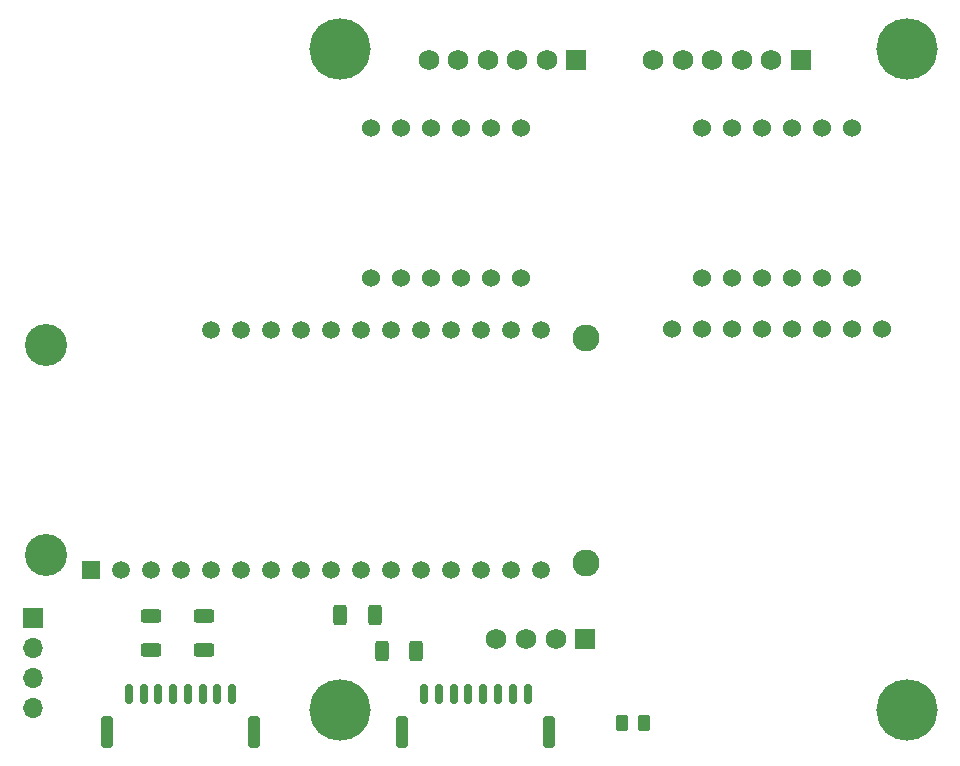
<source format=gbr>
%TF.GenerationSoftware,KiCad,Pcbnew,(6.0.10-0)*%
%TF.CreationDate,2023-01-18T17:39:01-08:00*%
%TF.ProjectId,Sensor,53656e73-6f72-42e6-9b69-6361645f7063,rev?*%
%TF.SameCoordinates,Original*%
%TF.FileFunction,Soldermask,Top*%
%TF.FilePolarity,Negative*%
%FSLAX46Y46*%
G04 Gerber Fmt 4.6, Leading zero omitted, Abs format (unit mm)*
G04 Created by KiCad (PCBNEW (6.0.10-0)) date 2023-01-18 17:39:01*
%MOMM*%
%LPD*%
G01*
G04 APERTURE LIST*
G04 Aperture macros list*
%AMRoundRect*
0 Rectangle with rounded corners*
0 $1 Rounding radius*
0 $2 $3 $4 $5 $6 $7 $8 $9 X,Y pos of 4 corners*
0 Add a 4 corners polygon primitive as box body*
4,1,4,$2,$3,$4,$5,$6,$7,$8,$9,$2,$3,0*
0 Add four circle primitives for the rounded corners*
1,1,$1+$1,$2,$3*
1,1,$1+$1,$4,$5*
1,1,$1+$1,$6,$7*
1,1,$1+$1,$8,$9*
0 Add four rect primitives between the rounded corners*
20,1,$1+$1,$2,$3,$4,$5,0*
20,1,$1+$1,$4,$5,$6,$7,0*
20,1,$1+$1,$6,$7,$8,$9,0*
20,1,$1+$1,$8,$9,$2,$3,0*%
G04 Aperture macros list end*
%ADD10RoundRect,0.250000X0.312500X0.625000X-0.312500X0.625000X-0.312500X-0.625000X0.312500X-0.625000X0*%
%ADD11RoundRect,0.250000X0.625000X-0.312500X0.625000X0.312500X-0.625000X0.312500X-0.625000X-0.312500X0*%
%ADD12R,1.700000X1.700000*%
%ADD13O,1.700000X1.700000*%
%ADD14RoundRect,0.250000X0.262500X0.450000X-0.262500X0.450000X-0.262500X-0.450000X0.262500X-0.450000X0*%
%ADD15R,1.750000X1.750000*%
%ADD16C,1.750000*%
%ADD17C,5.200000*%
%ADD18RoundRect,0.150000X-0.150000X-0.700000X0.150000X-0.700000X0.150000X0.700000X-0.150000X0.700000X0*%
%ADD19RoundRect,0.250000X-0.250000X-1.100000X0.250000X-1.100000X0.250000X1.100000X-0.250000X1.100000X0*%
%ADD20C,2.286000*%
%ADD21R,1.508000X1.508000*%
%ADD22C,1.508000*%
%ADD23C,3.556000*%
%ADD24C,1.524000*%
G04 APERTURE END LIST*
D10*
%TO.C,R2*%
X56462500Y-131000000D03*
X53537500Y-131000000D03*
%TD*%
D11*
%TO.C,R3*%
X38500000Y-130962500D03*
X38500000Y-128037500D03*
%TD*%
D12*
%TO.C,J1*%
X24000000Y-128200000D03*
D13*
X24000000Y-130740000D03*
X24000000Y-133280000D03*
X24000000Y-135820000D03*
%TD*%
D14*
%TO.C,R5*%
X75712500Y-137100000D03*
X73887500Y-137100000D03*
%TD*%
D15*
%TO.C,J4*%
X70000000Y-81000000D03*
D16*
X67500000Y-81000000D03*
X65000000Y-81000000D03*
X62500000Y-81000000D03*
X60000000Y-81000000D03*
X57500000Y-81000000D03*
%TD*%
D17*
%TO.C,H3*%
X50000000Y-136000000D03*
%TD*%
D15*
%TO.C,J5*%
X89000000Y-81000000D03*
D16*
X86500000Y-81000000D03*
X84000000Y-81000000D03*
X81500000Y-81000000D03*
X79000000Y-81000000D03*
X76500000Y-81000000D03*
%TD*%
D18*
%TO.C,J2*%
X32125000Y-134650000D03*
X33375000Y-134650000D03*
X34625000Y-134650000D03*
X35875000Y-134650000D03*
X37125000Y-134650000D03*
X38375000Y-134650000D03*
X39625000Y-134650000D03*
X40875000Y-134650000D03*
D19*
X42725000Y-137850000D03*
X30275000Y-137850000D03*
%TD*%
D17*
%TO.C,H4*%
X98000000Y-136000000D03*
%TD*%
%TO.C,H2*%
X98000000Y-80000000D03*
%TD*%
D18*
%TO.C,J3*%
X57125000Y-134650000D03*
X58375000Y-134650000D03*
X59625000Y-134650000D03*
X60875000Y-134650000D03*
X62125000Y-134650000D03*
X63375000Y-134650000D03*
X64625000Y-134650000D03*
X65875000Y-134650000D03*
D19*
X55275000Y-137850000D03*
X67725000Y-137850000D03*
%TD*%
D15*
%TO.C,J6*%
X70750000Y-130000000D03*
D16*
X68250000Y-130000000D03*
X65750000Y-130000000D03*
X63250000Y-130000000D03*
%TD*%
D17*
%TO.C,H1*%
X50000000Y-80000000D03*
%TD*%
D11*
%TO.C,R1*%
X34000000Y-130962500D03*
X34000000Y-128037500D03*
%TD*%
D20*
%TO.C,U1*%
X70860000Y-123525000D03*
X70860000Y-104475000D03*
D21*
X28950000Y-124160000D03*
D22*
X31490000Y-124160000D03*
X34030000Y-124160000D03*
X36570000Y-124160000D03*
X39110000Y-124160000D03*
X41650000Y-124160000D03*
X44190000Y-124160000D03*
X46730000Y-124160000D03*
X49270000Y-124160000D03*
X51810000Y-124160000D03*
X54350000Y-124160000D03*
X56890000Y-124160000D03*
X59430000Y-124160000D03*
X61970000Y-124160000D03*
X64510000Y-124160000D03*
X67050000Y-124160000D03*
X39110000Y-103840000D03*
X41650000Y-103840000D03*
X44190000Y-103840000D03*
X46730000Y-103840000D03*
X49270000Y-103840000D03*
X51810000Y-103840000D03*
X54350000Y-103840000D03*
X56890000Y-103840000D03*
X59430000Y-103840000D03*
X61970000Y-103840000D03*
X64510000Y-103840000D03*
X67050000Y-103840000D03*
D23*
X25140000Y-122890000D03*
X25140000Y-105110000D03*
%TD*%
D24*
%TO.C,U4*%
X93350000Y-103760000D03*
X95890000Y-103760000D03*
X78110000Y-103760000D03*
X88270000Y-103760000D03*
X80650000Y-103760000D03*
X83190000Y-103760000D03*
X85730000Y-103760000D03*
X90810000Y-103760000D03*
%TD*%
%TO.C,U3*%
X65350000Y-99460000D03*
X52650000Y-99460000D03*
X55190000Y-99460000D03*
X57730000Y-99460000D03*
X60270000Y-99460000D03*
X62810000Y-99460000D03*
X55190000Y-86760000D03*
X52650000Y-86760000D03*
X62810000Y-86760000D03*
X60270000Y-86760000D03*
X57730000Y-86760000D03*
X65350000Y-86760000D03*
%TD*%
D10*
%TO.C,R4*%
X52962500Y-128000000D03*
X50037500Y-128000000D03*
%TD*%
D24*
%TO.C,U2*%
X80650000Y-86745000D03*
X93350000Y-86745000D03*
X90810000Y-86745000D03*
X88270000Y-86745000D03*
X85730000Y-86745000D03*
X83190000Y-86745000D03*
X90810000Y-99445000D03*
X93350000Y-99445000D03*
X83190000Y-99445000D03*
X85730000Y-99445000D03*
X88270000Y-99445000D03*
X80650000Y-99445000D03*
%TD*%
M02*

</source>
